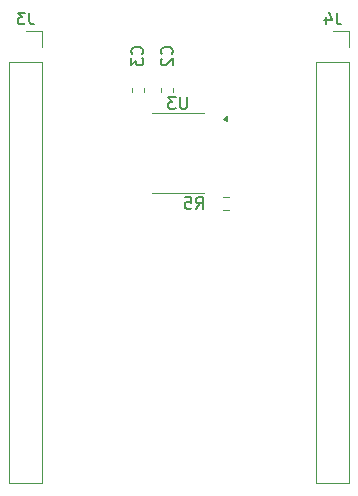
<source format=gbr>
%TF.GenerationSoftware,KiCad,Pcbnew,9.0.2*%
%TF.CreationDate,2025-06-04T19:43:54+07:00*%
%TF.ProjectId,Wheelspeed New,57686565-6c73-4706-9565-64204e65772e,rev?*%
%TF.SameCoordinates,Original*%
%TF.FileFunction,Legend,Bot*%
%TF.FilePolarity,Positive*%
%FSLAX46Y46*%
G04 Gerber Fmt 4.6, Leading zero omitted, Abs format (unit mm)*
G04 Created by KiCad (PCBNEW 9.0.2) date 2025-06-04 19:43:54*
%MOMM*%
%LPD*%
G01*
G04 APERTURE LIST*
%ADD10C,0.150000*%
%ADD11C,0.120000*%
G04 APERTURE END LIST*
D10*
X111859580Y-108583333D02*
X111907200Y-108535714D01*
X111907200Y-108535714D02*
X111954819Y-108392857D01*
X111954819Y-108392857D02*
X111954819Y-108297619D01*
X111954819Y-108297619D02*
X111907200Y-108154762D01*
X111907200Y-108154762D02*
X111811961Y-108059524D01*
X111811961Y-108059524D02*
X111716723Y-108011905D01*
X111716723Y-108011905D02*
X111526247Y-107964286D01*
X111526247Y-107964286D02*
X111383390Y-107964286D01*
X111383390Y-107964286D02*
X111192914Y-108011905D01*
X111192914Y-108011905D02*
X111097676Y-108059524D01*
X111097676Y-108059524D02*
X111002438Y-108154762D01*
X111002438Y-108154762D02*
X110954819Y-108297619D01*
X110954819Y-108297619D02*
X110954819Y-108392857D01*
X110954819Y-108392857D02*
X111002438Y-108535714D01*
X111002438Y-108535714D02*
X111050057Y-108583333D01*
X110954819Y-108916667D02*
X110954819Y-109535714D01*
X110954819Y-109535714D02*
X111335771Y-109202381D01*
X111335771Y-109202381D02*
X111335771Y-109345238D01*
X111335771Y-109345238D02*
X111383390Y-109440476D01*
X111383390Y-109440476D02*
X111431009Y-109488095D01*
X111431009Y-109488095D02*
X111526247Y-109535714D01*
X111526247Y-109535714D02*
X111764342Y-109535714D01*
X111764342Y-109535714D02*
X111859580Y-109488095D01*
X111859580Y-109488095D02*
X111907200Y-109440476D01*
X111907200Y-109440476D02*
X111954819Y-109345238D01*
X111954819Y-109345238D02*
X111954819Y-109059524D01*
X111954819Y-109059524D02*
X111907200Y-108964286D01*
X111907200Y-108964286D02*
X111859580Y-108916667D01*
X114359580Y-108583333D02*
X114407200Y-108535714D01*
X114407200Y-108535714D02*
X114454819Y-108392857D01*
X114454819Y-108392857D02*
X114454819Y-108297619D01*
X114454819Y-108297619D02*
X114407200Y-108154762D01*
X114407200Y-108154762D02*
X114311961Y-108059524D01*
X114311961Y-108059524D02*
X114216723Y-108011905D01*
X114216723Y-108011905D02*
X114026247Y-107964286D01*
X114026247Y-107964286D02*
X113883390Y-107964286D01*
X113883390Y-107964286D02*
X113692914Y-108011905D01*
X113692914Y-108011905D02*
X113597676Y-108059524D01*
X113597676Y-108059524D02*
X113502438Y-108154762D01*
X113502438Y-108154762D02*
X113454819Y-108297619D01*
X113454819Y-108297619D02*
X113454819Y-108392857D01*
X113454819Y-108392857D02*
X113502438Y-108535714D01*
X113502438Y-108535714D02*
X113550057Y-108583333D01*
X113550057Y-108964286D02*
X113502438Y-109011905D01*
X113502438Y-109011905D02*
X113454819Y-109107143D01*
X113454819Y-109107143D02*
X113454819Y-109345238D01*
X113454819Y-109345238D02*
X113502438Y-109440476D01*
X113502438Y-109440476D02*
X113550057Y-109488095D01*
X113550057Y-109488095D02*
X113645295Y-109535714D01*
X113645295Y-109535714D02*
X113740533Y-109535714D01*
X113740533Y-109535714D02*
X113883390Y-109488095D01*
X113883390Y-109488095D02*
X114454819Y-108916667D01*
X114454819Y-108916667D02*
X114454819Y-109535714D01*
X115649404Y-112229819D02*
X115649404Y-113039342D01*
X115649404Y-113039342D02*
X115601785Y-113134580D01*
X115601785Y-113134580D02*
X115554166Y-113182200D01*
X115554166Y-113182200D02*
X115458928Y-113229819D01*
X115458928Y-113229819D02*
X115268452Y-113229819D01*
X115268452Y-113229819D02*
X115173214Y-113182200D01*
X115173214Y-113182200D02*
X115125595Y-113134580D01*
X115125595Y-113134580D02*
X115077976Y-113039342D01*
X115077976Y-113039342D02*
X115077976Y-112229819D01*
X114697023Y-112229819D02*
X114077976Y-112229819D01*
X114077976Y-112229819D02*
X114411309Y-112610771D01*
X114411309Y-112610771D02*
X114268452Y-112610771D01*
X114268452Y-112610771D02*
X114173214Y-112658390D01*
X114173214Y-112658390D02*
X114125595Y-112706009D01*
X114125595Y-112706009D02*
X114077976Y-112801247D01*
X114077976Y-112801247D02*
X114077976Y-113039342D01*
X114077976Y-113039342D02*
X114125595Y-113134580D01*
X114125595Y-113134580D02*
X114173214Y-113182200D01*
X114173214Y-113182200D02*
X114268452Y-113229819D01*
X114268452Y-113229819D02*
X114554166Y-113229819D01*
X114554166Y-113229819D02*
X114649404Y-113182200D01*
X114649404Y-113182200D02*
X114697023Y-113134580D01*
X116416666Y-121704819D02*
X116749999Y-121228628D01*
X116988094Y-121704819D02*
X116988094Y-120704819D01*
X116988094Y-120704819D02*
X116607142Y-120704819D01*
X116607142Y-120704819D02*
X116511904Y-120752438D01*
X116511904Y-120752438D02*
X116464285Y-120800057D01*
X116464285Y-120800057D02*
X116416666Y-120895295D01*
X116416666Y-120895295D02*
X116416666Y-121038152D01*
X116416666Y-121038152D02*
X116464285Y-121133390D01*
X116464285Y-121133390D02*
X116511904Y-121181009D01*
X116511904Y-121181009D02*
X116607142Y-121228628D01*
X116607142Y-121228628D02*
X116988094Y-121228628D01*
X115511904Y-120704819D02*
X115988094Y-120704819D01*
X115988094Y-120704819D02*
X116035713Y-121181009D01*
X116035713Y-121181009D02*
X115988094Y-121133390D01*
X115988094Y-121133390D02*
X115892856Y-121085771D01*
X115892856Y-121085771D02*
X115654761Y-121085771D01*
X115654761Y-121085771D02*
X115559523Y-121133390D01*
X115559523Y-121133390D02*
X115511904Y-121181009D01*
X115511904Y-121181009D02*
X115464285Y-121276247D01*
X115464285Y-121276247D02*
X115464285Y-121514342D01*
X115464285Y-121514342D02*
X115511904Y-121609580D01*
X115511904Y-121609580D02*
X115559523Y-121657200D01*
X115559523Y-121657200D02*
X115654761Y-121704819D01*
X115654761Y-121704819D02*
X115892856Y-121704819D01*
X115892856Y-121704819D02*
X115988094Y-121657200D01*
X115988094Y-121657200D02*
X116035713Y-121609580D01*
X128333333Y-105074819D02*
X128333333Y-105789104D01*
X128333333Y-105789104D02*
X128380952Y-105931961D01*
X128380952Y-105931961D02*
X128476190Y-106027200D01*
X128476190Y-106027200D02*
X128619047Y-106074819D01*
X128619047Y-106074819D02*
X128714285Y-106074819D01*
X127428571Y-105408152D02*
X127428571Y-106074819D01*
X127666666Y-105027200D02*
X127904761Y-105741485D01*
X127904761Y-105741485D02*
X127285714Y-105741485D01*
X102333333Y-105074819D02*
X102333333Y-105789104D01*
X102333333Y-105789104D02*
X102380952Y-105931961D01*
X102380952Y-105931961D02*
X102476190Y-106027200D01*
X102476190Y-106027200D02*
X102619047Y-106074819D01*
X102619047Y-106074819D02*
X102714285Y-106074819D01*
X101952380Y-105074819D02*
X101333333Y-105074819D01*
X101333333Y-105074819D02*
X101666666Y-105455771D01*
X101666666Y-105455771D02*
X101523809Y-105455771D01*
X101523809Y-105455771D02*
X101428571Y-105503390D01*
X101428571Y-105503390D02*
X101380952Y-105551009D01*
X101380952Y-105551009D02*
X101333333Y-105646247D01*
X101333333Y-105646247D02*
X101333333Y-105884342D01*
X101333333Y-105884342D02*
X101380952Y-105979580D01*
X101380952Y-105979580D02*
X101428571Y-106027200D01*
X101428571Y-106027200D02*
X101523809Y-106074819D01*
X101523809Y-106074819D02*
X101809523Y-106074819D01*
X101809523Y-106074819D02*
X101904761Y-106027200D01*
X101904761Y-106027200D02*
X101952380Y-105979580D01*
D11*
%TO.C,C3*%
X110990000Y-111491233D02*
X110990000Y-111783767D01*
X112010000Y-111491233D02*
X112010000Y-111783767D01*
%TO.C,C2*%
X113490000Y-111491233D02*
X113490000Y-111783767D01*
X114510000Y-111491233D02*
X114510000Y-111783767D01*
%TO.C,U3*%
X114887500Y-113590000D02*
X117087500Y-113590000D01*
X114887500Y-113590000D02*
X112687500Y-113590000D01*
X114887500Y-120360000D02*
X117087500Y-120360000D01*
X114887500Y-120360000D02*
X112687500Y-120360000D01*
X119077500Y-114290000D02*
X118747500Y-114050000D01*
X119077500Y-113810000D01*
X119077500Y-114290000D01*
G36*
X119077500Y-114290000D02*
G01*
X118747500Y-114050000D01*
X119077500Y-113810000D01*
X119077500Y-114290000D01*
G37*
%TO.C,R5*%
X119254724Y-120727500D02*
X118745276Y-120727500D01*
X119254724Y-121772500D02*
X118745276Y-121772500D01*
%TO.C,J4*%
X126620000Y-109270000D02*
X126620000Y-144940000D01*
X129380000Y-106620000D02*
X128000000Y-106620000D01*
X129380000Y-108000000D02*
X129380000Y-106620000D01*
X129380000Y-109270000D02*
X126620000Y-109270000D01*
X129380000Y-109270000D02*
X129380000Y-144940000D01*
X129380000Y-144940000D02*
X126620000Y-144940000D01*
%TO.C,J3*%
X100620000Y-109270000D02*
X100620000Y-144940000D01*
X103380000Y-106620000D02*
X102000000Y-106620000D01*
X103380000Y-108000000D02*
X103380000Y-106620000D01*
X103380000Y-109270000D02*
X100620000Y-109270000D01*
X103380000Y-109270000D02*
X103380000Y-144940000D01*
X103380000Y-144940000D02*
X100620000Y-144940000D01*
%TD*%
M02*

</source>
